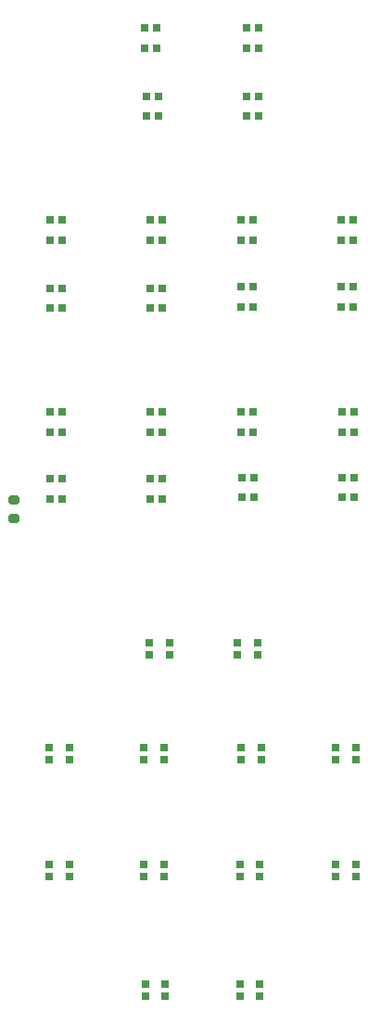
<source format=gbr>
%TF.GenerationSoftware,KiCad,Pcbnew,(6.0.9)*%
%TF.CreationDate,2023-01-27T20:48:09-09:00*%
%TF.ProjectId,JETT STATION SELECT,4a455454-2053-4544-9154-494f4e205345,rev?*%
%TF.SameCoordinates,Original*%
%TF.FileFunction,Paste,Top*%
%TF.FilePolarity,Positive*%
%FSLAX46Y46*%
G04 Gerber Fmt 4.6, Leading zero omitted, Abs format (unit mm)*
G04 Created by KiCad (PCBNEW (6.0.9)) date 2023-01-27 20:48:09*
%MOMM*%
%LPD*%
G01*
G04 APERTURE LIST*
G04 Aperture macros list*
%AMRoundRect*
0 Rectangle with rounded corners*
0 $1 Rounding radius*
0 $2 $3 $4 $5 $6 $7 $8 $9 X,Y pos of 4 corners*
0 Add a 4 corners polygon primitive as box body*
4,1,4,$2,$3,$4,$5,$6,$7,$8,$9,$2,$3,0*
0 Add four circle primitives for the rounded corners*
1,1,$1+$1,$2,$3*
1,1,$1+$1,$4,$5*
1,1,$1+$1,$6,$7*
1,1,$1+$1,$8,$9*
0 Add four rect primitives between the rounded corners*
20,1,$1+$1,$2,$3,$4,$5,0*
20,1,$1+$1,$4,$5,$6,$7,0*
20,1,$1+$1,$6,$7,$8,$9,0*
20,1,$1+$1,$8,$9,$2,$3,0*%
G04 Aperture macros list end*
%ADD10RoundRect,0.200000X0.275000X-0.200000X0.275000X0.200000X-0.275000X0.200000X-0.275000X-0.200000X0*%
%ADD11R,0.700000X0.700000*%
G04 APERTURE END LIST*
D10*
%TO.C,R1*%
X133238875Y-100170749D03*
X133238875Y-98520749D03*
%TD*%
D11*
%TO.C,D33*%
X145595375Y-111559249D03*
X145595375Y-112659249D03*
X147425375Y-112659249D03*
X147425375Y-111559249D03*
%TD*%
%TO.C,D32*%
X145214375Y-142674249D03*
X145214375Y-143774249D03*
X147044375Y-143774249D03*
X147044375Y-142674249D03*
%TD*%
%TO.C,D31*%
X153850375Y-142674249D03*
X153850375Y-143774249D03*
X155680375Y-143774249D03*
X155680375Y-142674249D03*
%TD*%
%TO.C,D30*%
X164443375Y-132852249D03*
X164443375Y-131752249D03*
X162613375Y-131752249D03*
X162613375Y-132852249D03*
%TD*%
%TO.C,D29*%
X155680375Y-132852249D03*
X155680375Y-131752249D03*
X153850375Y-131752249D03*
X153850375Y-132852249D03*
%TD*%
%TO.C,D28*%
X146917375Y-132852249D03*
X146917375Y-131752249D03*
X145087375Y-131752249D03*
X145087375Y-132852249D03*
%TD*%
%TO.C,D27*%
X138281375Y-132852249D03*
X138281375Y-131752249D03*
X136451375Y-131752249D03*
X136451375Y-132852249D03*
%TD*%
%TO.C,D26*%
X136451375Y-121084249D03*
X136451375Y-122184249D03*
X138281375Y-122184249D03*
X138281375Y-121084249D03*
%TD*%
%TO.C,D25*%
X145087375Y-121084249D03*
X145087375Y-122184249D03*
X146917375Y-122184249D03*
X146917375Y-121084249D03*
%TD*%
%TO.C,D24*%
X153977375Y-121084249D03*
X153977375Y-122184249D03*
X155807375Y-122184249D03*
X155807375Y-121084249D03*
%TD*%
%TO.C,D23*%
X162613375Y-121084249D03*
X162613375Y-122184249D03*
X164443375Y-122184249D03*
X164443375Y-121084249D03*
%TD*%
%TO.C,D22*%
X155483375Y-112626249D03*
X155483375Y-111526249D03*
X153653375Y-111526249D03*
X153653375Y-112626249D03*
%TD*%
%TO.C,D21*%
X146806375Y-90493249D03*
X145706375Y-90493249D03*
X145706375Y-92323249D03*
X146806375Y-92323249D03*
%TD*%
%TO.C,D20*%
X146806375Y-96589249D03*
X145706375Y-96589249D03*
X145706375Y-98419249D03*
X146806375Y-98419249D03*
%TD*%
%TO.C,D19*%
X136562375Y-98419249D03*
X137662375Y-98419249D03*
X137662375Y-96589249D03*
X136562375Y-96589249D03*
%TD*%
%TO.C,D18*%
X136562375Y-92323249D03*
X137662375Y-92323249D03*
X137662375Y-90493249D03*
X136562375Y-90493249D03*
%TD*%
%TO.C,D17*%
X137662375Y-72967249D03*
X136562375Y-72967249D03*
X136562375Y-74797249D03*
X137662375Y-74797249D03*
%TD*%
%TO.C,D16*%
X137662375Y-79190249D03*
X136562375Y-79190249D03*
X136562375Y-81020249D03*
X137662375Y-81020249D03*
%TD*%
%TO.C,D15*%
X145706375Y-81020249D03*
X146806375Y-81020249D03*
X146806375Y-79190249D03*
X145706375Y-79190249D03*
%TD*%
%TO.C,D14*%
X145706375Y-74797249D03*
X146806375Y-74797249D03*
X146806375Y-72967249D03*
X145706375Y-72967249D03*
%TD*%
%TO.C,D13*%
X145325375Y-63494249D03*
X146425375Y-63494249D03*
X146425375Y-61664249D03*
X145325375Y-61664249D03*
%TD*%
%TO.C,D12*%
X145198375Y-57271249D03*
X146298375Y-57271249D03*
X146298375Y-55441249D03*
X145198375Y-55441249D03*
%TD*%
%TO.C,D11*%
X155569375Y-55441249D03*
X154469375Y-55441249D03*
X154469375Y-57271249D03*
X155569375Y-57271249D03*
%TD*%
%TO.C,D10*%
X155569375Y-61664249D03*
X154469375Y-61664249D03*
X154469375Y-63494249D03*
X155569375Y-63494249D03*
%TD*%
%TO.C,D9*%
X153961375Y-80893249D03*
X155061375Y-80893249D03*
X155061375Y-79063249D03*
X153961375Y-79063249D03*
%TD*%
%TO.C,D8*%
X153961375Y-74797249D03*
X155061375Y-74797249D03*
X155061375Y-72967249D03*
X153961375Y-72967249D03*
%TD*%
%TO.C,D7*%
X164205375Y-72967249D03*
X163105375Y-72967249D03*
X163105375Y-74797249D03*
X164205375Y-74797249D03*
%TD*%
%TO.C,D6*%
X164205375Y-79063249D03*
X163105375Y-79063249D03*
X163105375Y-80893249D03*
X164205375Y-80893249D03*
%TD*%
%TO.C,D5*%
X163232375Y-98292249D03*
X164332375Y-98292249D03*
X164332375Y-96462249D03*
X163232375Y-96462249D03*
%TD*%
%TO.C,D4*%
X163232375Y-92323249D03*
X164332375Y-92323249D03*
X164332375Y-90493249D03*
X163232375Y-90493249D03*
%TD*%
%TO.C,D3*%
X155061375Y-90493249D03*
X153961375Y-90493249D03*
X153961375Y-92323249D03*
X155061375Y-92323249D03*
%TD*%
%TO.C,D2*%
X155188375Y-96462249D03*
X154088375Y-96462249D03*
X154088375Y-98292249D03*
X155188375Y-98292249D03*
%TD*%
M02*

</source>
